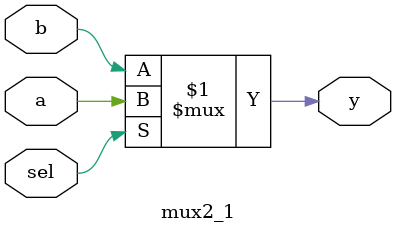
<source format=v>
`timescale 1ns / 1ps


module mux2_1(
    input a,b,
    input sel,
    output y
     );
     assign y = sel ? a : b;
endmodule

</source>
